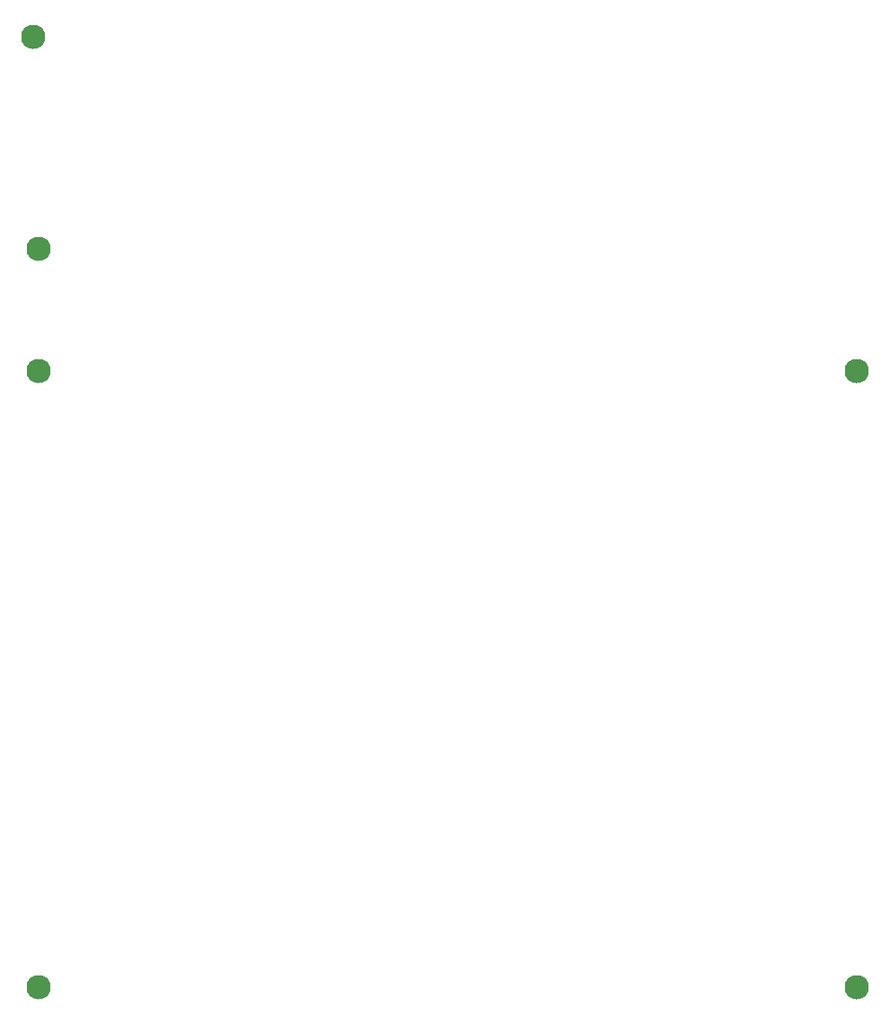
<source format=gts>
G04 #@! TF.GenerationSoftware,KiCad,Pcbnew,5.1.6*
G04 #@! TF.CreationDate,2020-06-26T00:37:34+09:00*
G04 #@! TF.ProjectId,firststep12_bottom,66697273-7473-4746-9570-31325f626f74,rev?*
G04 #@! TF.SameCoordinates,Original*
G04 #@! TF.FileFunction,Soldermask,Top*
G04 #@! TF.FilePolarity,Negative*
%FSLAX46Y46*%
G04 Gerber Fmt 4.6, Leading zero omitted, Abs format (unit mm)*
G04 Created by KiCad (PCBNEW 5.1.6) date 2020-06-26 00:37:34*
%MOMM*%
%LPD*%
G01*
G04 APERTURE LIST*
%ADD10C,2.300000*%
G04 APERTURE END LIST*
D10*
G04 #@! TO.C,H6*
X160240000Y-137065000D03*
G04 #@! TD*
G04 #@! TO.C,H3*
X83090000Y-78965000D03*
G04 #@! TD*
G04 #@! TO.C,H2*
X83090000Y-67465000D03*
G04 #@! TD*
G04 #@! TO.C,H1*
X82590000Y-47465000D03*
G04 #@! TD*
G04 #@! TO.C,H4*
X160240000Y-78965000D03*
G04 #@! TD*
G04 #@! TO.C,H5*
X83090000Y-137065000D03*
G04 #@! TD*
M02*

</source>
